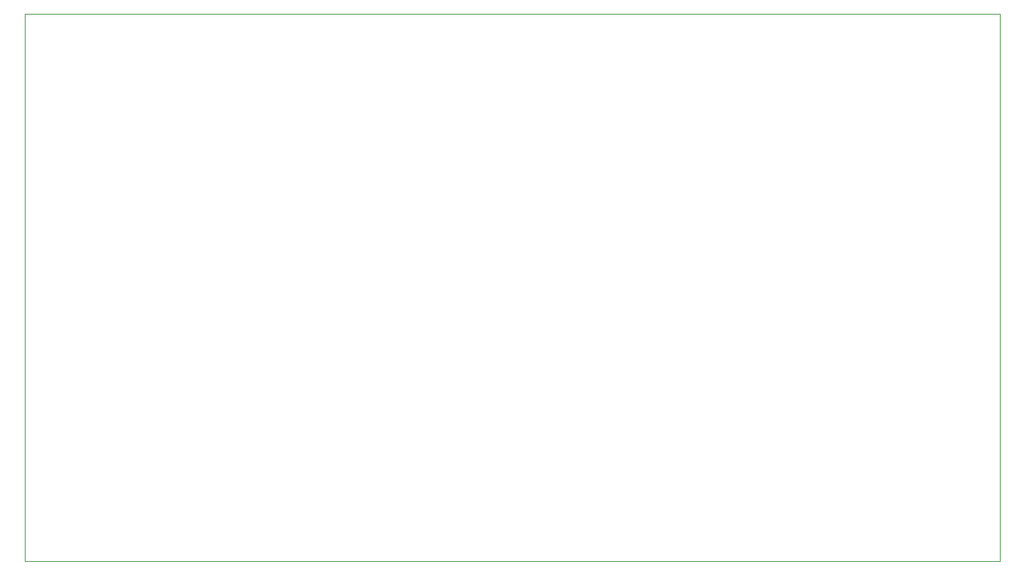
<source format=gbr>
%TF.GenerationSoftware,Altium Limited,Altium Designer,24.9.1 (31)*%
G04 Layer_Color=0*
%FSLAX45Y45*%
%MOMM*%
%TF.SameCoordinates,93858F84-5B26-42CC-8C8E-0B90E3909A9F*%
%TF.FilePolarity,Positive*%
%TF.FileFunction,Profile,NP*%
%TF.Part,Single*%
G01*
G75*
%TA.AperFunction,Profile*%
%ADD52C,0.02540*%
D52*
X2540000Y12700000D02*
Y6350000D01*
X13842999D01*
Y12700000D01*
X2540000D01*
%TF.MD5,d7d2e3280ebf4f498e892f5f652f4026*%
M02*

</source>
